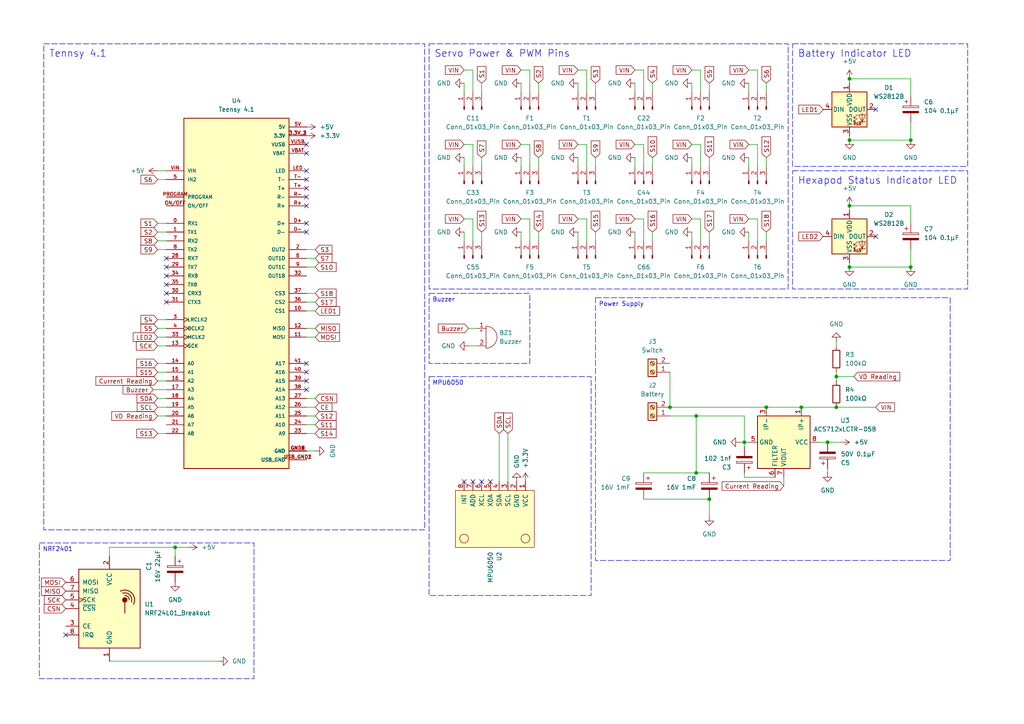
<source format=kicad_sch>
(kicad_sch (version 20231120) (generator "eeschema") (generator_version "8.0")
  (paper "A4")
  (title_block (title "Hexapod PCB V2"))
  (lib_symbols
    (symbol "Breakout Sensors:module_mpu6050" (pin_names (offset 1.016))
      (property "Reference" "U" (at 2.54 21.59 0))
      (property "Value" "module_mpu6050" (at 11.43 -3.81 0))
      (symbol "module_mpu6050_1_1"
        (pin input line (at 0 17.78 0) (length 2.54) (name "VCC") (number "1"))
        (pin input line (at 0 15.24 0) (length 2.54) (name "GND") (number "2"))
        (pin input line (at 0 12.7 0) (length 2.54) (name "SCL") (number "3"))
        (pin input line (at 0 10.16 0) (length 2.54) (name "SDA") (number "4"))
        (pin input line (at 0 7.62 0) (length 2.54) (name "XDA") (number "5"))
        (pin input line (at 0 5.08 0) (length 2.54) (name "XCL") (number "6"))
        (pin input line (at 0 2.54 0) (length 2.54) (name "ADD") (number "7"))
        (pin input line (at 0 0 0) (length 2.54) (name "INT") (number "8"))
      )
    )
    (symbol "Connector:Conn_01x03_Pin" (pin_names (offset 1.016) hide)
      (property "Reference" "J" (at 0 5.08 0))
      (property "Value" "Conn_01x03_Pin" (at 0 -5.08 0))
      (symbol "Conn_01x03_Pin_1_1"
        (pin passive line (at 5.08 2.54 180) (length 3.81) (name "Pin_1") (number "1"))
        (pin passive line (at 5.08 0 180) (length 3.81) (name "Pin_2") (number "2"))
        (pin passive line (at 5.08 -2.54 180) (length 3.81) (name "Pin_3") (number "3"))
      )
    )
    (symbol "Connector:Screw_Terminal_01x02" (pin_names (offset 1.016) hide)
      (property "Reference" "J" (at 0 2.54 0))
      (property "Value" "Screw_Terminal_01x02" (at 0 -5.08 0))
      (symbol "Screw_Terminal_01x02_1_1"
        (pin passive line (at -5.08 0 0) (length 3.81) (name "Pin_1") (number "1"))
        (pin passive line (at -5.08 -2.54 0) (length 3.81) (name "Pin_2") (number "2"))
      )
    )
    (symbol "DEV-16771:DEV-16771" (pin_names (offset 1.016))
      (property "Reference" "U" (at -15.24 52.07 0))
      (property "Value" "Teensy 4.1" (at -15.24 -53.34 0))
      (symbol "DEV-16771_0_0"
        (pin bidirectional line (at -20.32 20.32 0) (length 5.08) (name "RX1") (number "0"))
        (pin bidirectional line (at -20.32 17.78 0) (length 5.08) (name "TX1") (number "1"))
        (pin bidirectional line (at 20.32 -5.08 180) (length 5.08) (name "CS1") (number "10"))
        (pin bidirectional line (at 20.32 -12.7 180) (length 5.08) (name "MOSI") (number "11"))
        (pin bidirectional line (at 20.32 -10.16 180) (length 5.08) (name "MISO") (number "12"))
        (pin bidirectional clock (at -20.32 -15.24 0) (length 5.08) (name "SCK") (number "13"))
        (pin bidirectional line (at -20.32 -20.32 0) (length 5.08) (name "A0") (number "14"))
        (pin bidirectional line (at -20.32 -22.86 0) (length 5.08) (name "A1") (number "15"))
        (pin bidirectional line (at -20.32 -25.4 0) (length 5.08) (name "A2") (number "16"))
        (pin bidirectional line (at -20.32 -27.94 0) (length 5.08) (name "A3") (number "17"))
        (pin bidirectional line (at -20.32 -30.48 0) (length 5.08) (name "A4") (number "18"))
        (pin bidirectional line (at -20.32 -33.02 0) (length 5.08) (name "A5") (number "19"))
        (pin output line (at 20.32 12.7 180) (length 5.08) (name "OUT2") (number "2"))
        (pin bidirectional line (at -20.32 -35.56 0) (length 5.08) (name "A6") (number "20"))
        (pin bidirectional line (at -20.32 -38.1 0) (length 5.08) (name "A7") (number "21"))
        (pin bidirectional line (at -20.32 -40.64 0) (length 5.08) (name "A8") (number "22"))
        (pin bidirectional line (at 20.32 -40.64 180) (length 5.08) (name "A9") (number "23"))
        (pin bidirectional line (at 20.32 -38.1 180) (length 5.08) (name "A10") (number "24"))
        (pin bidirectional line (at 20.32 -35.56 180) (length 5.08) (name "A11") (number "25"))
        (pin bidirectional line (at 20.32 -33.02 180) (length 5.08) (name "A12") (number "26"))
        (pin bidirectional line (at 20.32 -30.48 180) (length 5.08) (name "A13") (number "27"))
        (pin bidirectional line (at -20.32 10.16 0) (length 5.08) (name "RX7") (number "28"))
        (pin bidirectional line (at -20.32 7.62 0) (length 5.08) (name "TX7") (number "29"))
        (pin bidirectional clock (at -20.32 -7.62 0) (length 5.08) (name "LRCLK2") (number "3"))
        (pin power_in line (at 20.32 45.72 180) (length 5.08) (name "3.3V") (number "3.3V_1"))
        (pin power_in line (at 20.32 45.72 180) (length 5.08) (name "3.3V") (number "3.3V_2"))
        (pin power_in line (at 20.32 45.72 180) (length 5.08) (name "3.3V") (number "3.3V_3"))
        (pin bidirectional line (at -20.32 0 0) (length 5.08) (name "CRX3") (number "30"))
        (pin bidirectional line (at -20.32 -2.54 0) (length 5.08) (name "CTX3") (number "31"))
        (pin output line (at 20.32 5.08 180) (length 5.08) (name "OUT1B") (number "32"))
        (pin bidirectional clock (at -20.32 -12.7 0) (length 5.08) (name "MCLK2") (number "33"))
        (pin bidirectional line (at -20.32 5.08 0) (length 5.08) (name "RX8") (number "34"))
        (pin bidirectional line (at -20.32 2.54 0) (length 5.08) (name "TX8") (number "35"))
        (pin bidirectional line (at 20.32 -2.54 180) (length 5.08) (name "CS2") (number "36"))
        (pin bidirectional line (at 20.32 0 180) (length 5.08) (name "CS3") (number "37"))
        (pin bidirectional line (at 20.32 -27.94 180) (length 5.08) (name "A14") (number "38"))
        (pin bidirectional line (at 20.32 -25.4 180) (length 5.08) (name "A15") (number "39"))
        (pin bidirectional clock (at -20.32 -10.16 0) (length 5.08) (name "BCLK2") (number "4"))
        (pin bidirectional line (at 20.32 -22.86 180) (length 5.08) (name "A16") (number "40"))
        (pin bidirectional line (at 20.32 -20.32 180) (length 5.08) (name "A17") (number "41"))
        (pin bidirectional line (at -20.32 33.02 0) (length 5.08) (name "IN2") (number "5"))
        (pin power_in line (at 20.32 48.26 180) (length 5.08) (name "5V") (number "5V"))
        (pin output line (at 20.32 10.16 180) (length 5.08) (name "OUT1D") (number "6"))
        (pin bidirectional line (at -20.32 15.24 0) (length 5.08) (name "RX2") (number "7"))
        (pin bidirectional line (at -20.32 12.7 0) (length 5.08) (name "TX2") (number "8"))
        (pin output line (at 20.32 7.62 180) (length 5.08) (name "OUT1C") (number "9"))
        (pin bidirectional line (at 20.32 20.32 180) (length 5.08) (name "D+") (number "D+"))
        (pin bidirectional line (at 20.32 17.78 180) (length 5.08) (name "D-") (number "D-"))
        (pin power_in line (at 20.32 -45.72 180) (length 5.08) (name "GND") (number "GND1"))
        (pin power_in line (at 20.32 -45.72 180) (length 5.08) (name "GND") (number "GND2"))
        (pin power_in line (at 20.32 -45.72 180) (length 5.08) (name "GND") (number "GND3"))
        (pin power_in line (at 20.32 -45.72 180) (length 5.08) (name "GND") (number "GND4"))
        (pin power_in line (at 20.32 -45.72 180) (length 5.08) (name "GND") (number "GND5"))
        (pin bidirectional line (at 20.32 35.56 180) (length 5.08) (name "LED") (number "LED"))
        (pin bidirectional line (at -20.32 25.4 0) (length 5.08) (name "ON/OFF") (number "ON/OFF"))
        (pin bidirectional line (at -20.32 27.94 0) (length 5.08) (name "PROGRAM") (number "PROGRAM"))
        (pin bidirectional line (at 20.32 25.4 180) (length 5.08) (name "R+") (number "R+"))
        (pin bidirectional line (at 20.32 27.94 180) (length 5.08) (name "R-") (number "R-"))
        (pin bidirectional line (at 20.32 30.48 180) (length 5.08) (name "T+") (number "T+"))
        (pin bidirectional line (at 20.32 33.02 180) (length 5.08) (name "T-") (number "T-"))
        (pin power_in line (at 20.32 -48.26 180) (length 5.08) (name "USB_GND") (number "USB_GND1"))
        (pin power_in line (at 20.32 -48.26 180) (length 5.08) (name "USB_GND") (number "USB_GND2"))
        (pin passive line (at 20.32 40.64 180) (length 5.08) (name "VBAT") (number "VBAT"))
        (pin input line (at -20.32 35.56 0) (length 5.08) (name "VIN") (number "VIN"))
        (pin passive line (at 20.32 43.18 180) (length 5.08) (name "VUSB") (number "VUSB"))
      )
    )
    (symbol "Device:Buzzer" (pin_names (offset 0.0254) hide)
      (property "Reference" "BZ" (at 3.81 1.27 0))
      (property "Value" "Buzzer" (at 3.81 -1.27 0))
      (symbol "Buzzer_1_1"
        (pin passive line (at -2.54 2.54 0) (length 2.54) (name "+") (number "1"))
        (pin passive line (at -2.54 -2.54 0) (length 2.54) (name "-") (number "2"))
      )
    )
    (symbol "Device:C_Polarized" (pin_numbers hide) (pin_names (offset 0.254))
      (property "Reference" "C" (at 0.635 2.54 0))
      (property "Value" "C_Polarized" (at 0.635 -2.54 0))
      (symbol "C_Polarized_1_1"
        (pin passive line (at 0 3.81 270) (length 2.794) (name "~") (number "1"))
        (pin passive line (at 0 -3.81 90) (length 2.794) (name "~") (number "2"))
      )
    )
    (symbol "Device:R" (pin_numbers hide) (pin_names (offset 0))
      (property "Reference" "R" (at 2.032 0 90))
      (property "Value" "R" (at 0 0 90))
      (symbol "R_1_1"
        (pin passive line (at 0 3.81 270) (length 1.27) (name "~") (number "1"))
        (pin passive line (at 0 -3.81 90) (length 1.27) (name "~") (number "2"))
      )
    )
    (symbol "LED:WS2812B" (pin_names (offset 0.254))
      (property "Reference" "D" (at 5.08 5.715 0))
      (property "Value" "WS2812B" (at 1.27 -5.715 0))
      (symbol "WS2812B_0_0"
        (text "RGB" (at 2.286 -4.191 0) (effects (font (size 0.762 0.762))))
      )
      (symbol "WS2812B_1_1"
        (pin power_in line (at 0 7.62 270) (length 2.54) (name "VDD") (number "1"))
        (pin output line (at 7.62 0 180) (length 2.54) (name "DOUT") (number "2"))
        (pin power_in line (at 0 -7.62 90) (length 2.54) (name "VSS") (number "3"))
        (pin input line (at -7.62 0 0) (length 2.54) (name "DIN") (number "4"))
      )
    )
    (symbol "RF:NRF24L01_Breakout" (pin_names (offset 1.016))
      (property "Reference" "U" (at -8.89 12.7 0))
      (property "Value" "NRF24L01_Breakout" (at 3.81 12.7 0))
      (symbol "NRF24L01_Breakout_1_1"
        (pin power_in line (at 0 -15.24 90) (length 3.81) (name "GND") (number "1"))
        (pin power_in line (at 0 15.24 270) (length 3.81) (name "VCC") (number "2"))
        (pin input line (at -12.7 -5.08 0) (length 3.81) (name "CE") (number "3"))
        (pin input line (at -12.7 0 0) (length 3.81) (name "~{CSN}") (number "4"))
        (pin input clock (at -12.7 2.54 0) (length 3.81) (name "SCK") (number "5"))
        (pin input line (at -12.7 7.62 0) (length 3.81) (name "MOSI") (number "6"))
        (pin output line (at -12.7 5.08 0) (length 3.81) (name "MISO") (number "7"))
        (pin output line (at -12.7 -7.62 0) (length 3.81) (name "IRQ") (number "8"))
      )
    )
    (symbol "Sensor_Current:ACS712xLCTR-05B"
      (property "Reference" "U" (at 2.54 11.43 0))
      (property "Value" "ACS712xLCTR-05B" (at 2.54 8.89 0))
      (symbol "ACS712xLCTR-05B_1_1"
        (pin passive line (at -10.16 5.08 0) (length 2.54) (name "IP+") (number "1"))
        (pin passive line (at -10.16 5.08 0) (length 2.54) hide (name "IP+") (number "2"))
        (pin passive line (at -10.16 -5.08 0) (length 2.54) (name "IP-") (number "3"))
        (pin passive line (at -10.16 -5.08 0) (length 2.54) hide (name "IP-") (number "4"))
        (pin power_in line (at 0 -10.16 90) (length 2.54) (name "GND") (number "5"))
        (pin passive line (at 10.16 -2.54 180) (length 2.54) (name "FILTER") (number "6"))
        (pin output line (at 10.16 0 180) (length 2.54) (name "VIOUT") (number "7"))
        (pin power_in line (at 0 10.16 270) (length 2.54) (name "VCC") (number "8"))
      )
    )
    (symbol "power:+3.3V" (power) (pin_numbers hide) (pin_names (offset 0) hide)
      (property "Value" "+3.3V" (at 0 3.556 0))
      (symbol "+3.3V_1_1"
        (pin power_in line (at 0 0 90) (length 0) (name "~") (number "1"))
      )
    )
    (symbol "power:+5V" (power) (pin_numbers hide) (pin_names (offset 0) hide)
      (property "Value" "+5V" (at 0 3.556 0))
      (symbol "+5V_1_1"
        (pin power_in line (at 0 0 90) (length 0) (name "~") (number "1"))
      )
    )
    (symbol "power:GND" (power) (pin_numbers hide) (pin_names (offset 0) hide)
      (property "Value" "GND" (at 0 -3.81 0))
      (symbol "GND_1_1"
        (pin power_in line (at 0 0 270) (length 0) (name "~") (number "1"))
      )
    )
  )
  (junction (at 50.8 158.75))
  (junction (at 232.41 118.11))
  (junction (at 205.74 144.78))
  (junction (at 242.57 118.11))
  (junction (at 242.57 109.22))
  (junction (at 264.16 77.47))
  (junction (at 246.38 77.47))
  (junction (at 194.31 118.11))
  (junction (at 264.16 40.64))
  (junction (at 215.9 128.27))
  (junction (at 201.93 137.16))
  (junction (at 240.03 128.27))
  (junction (at 246.38 22.86))
  (junction (at 201.93 120.65))
  (junction (at 246.38 59.69))
  (junction (at 246.38 40.64))
  (junction (at 222.25 118.11))
  (no_connect (at 88.9 49.53))
  (no_connect (at 137.16 139.7))
  (no_connect (at 88.9 44.45))
  (no_connect (at 48.26 77.47))
  (no_connect (at 254 31.75))
  (no_connect (at 48.26 85.09))
  (no_connect (at 88.9 57.15))
  (no_connect (at 48.26 82.55))
  (no_connect (at 48.26 74.93))
  (no_connect (at 88.9 64.77))
  (no_connect (at 88.9 52.07))
  (no_connect (at 48.26 87.63))
  (no_connect (at 88.9 113.03))
  (no_connect (at 142.24 139.7))
  (no_connect (at 139.7 139.7))
  (no_connect (at 88.9 41.91))
  (no_connect (at 88.9 54.61))
  (no_connect (at 48.26 80.01))
  (no_connect (at 88.9 107.95))
  (no_connect (at 88.9 59.69))
  (no_connect (at 254 68.58))
  (no_connect (at 88.9 67.31))
  (no_connect (at 19.05 184.15))
  (no_connect (at 134.62 139.7))
  (no_connect (at 88.9 110.49))
  (no_connect (at 88.9 105.41))
  (wire (pts (xy 246.38 40.64) (xy 246.38 39.37)))
  (wire (pts (xy 151.13 67.31) (xy 151.13 69.85)))
  (wire (pts (xy 139.7 24.13) (xy 139.7 26.67)))
  (wire (pts (xy 45.72 100.33) (xy 48.26 100.33)))
  (wire (pts (xy 134.62 63.5) (xy 137.16 63.5)))
  (wire (pts (xy 240.03 128.27) (xy 237.49 128.27)))
  (wire (pts (xy 246.38 22.86) (xy 264.16 22.86)))
  (wire (pts (xy 184.15 63.5) (xy 186.69 63.5)))
  (wire (pts (xy 139.7 45.72) (xy 139.7 48.26)))
  (wire (pts (xy 232.41 118.11) (xy 242.57 118.11)))
  (wire (pts (xy 243.84 128.27) (xy 240.03 128.27)))
  (wire (pts (xy 200.66 41.91) (xy 203.2 41.91)))
  (wire (pts (xy 264.16 40.64) (xy 264.16 35.56)))
  (wire (pts (xy 264.16 27.94) (xy 264.16 22.86)))
  (wire (pts (xy 139.7 67.31) (xy 139.7 69.85)))
  (wire (pts (xy 45.72 120.65) (xy 48.26 120.65)))
  (wire (pts (xy 144.78 125.73) (xy 144.78 139.7)))
  (wire (pts (xy 167.64 20.32) (xy 170.18 20.32)))
  (wire (pts (xy 203.2 20.32) (xy 203.2 26.67)))
  (wire (pts (xy 189.23 67.31) (xy 189.23 69.85)))
  (wire (pts (xy 45.72 52.07) (xy 48.26 52.07)))
  (wire (pts (xy 184.15 41.91) (xy 186.69 41.91)))
  (wire (pts (xy 217.17 41.91) (xy 219.71 41.91)))
  (wire (pts (xy 88.9 125.73) (xy 91.44 125.73)))
  (wire (pts (xy 153.67 41.91) (xy 153.67 48.26)))
  (wire (pts (xy 88.9 74.93) (xy 91.44 74.93)))
  (wire (pts (xy 45.72 67.31) (xy 48.26 67.31)))
  (wire (pts (xy 137.16 63.5) (xy 137.16 69.85)))
  (wire (pts (xy 48.26 125.73) (xy 45.72 125.73)))
  (wire (pts (xy 205.74 67.31) (xy 205.74 69.85)))
  (wire (pts (xy 264.16 64.77) (xy 264.16 59.69)))
  (wire (pts (xy 200.66 20.32) (xy 203.2 20.32)))
  (wire (pts (xy 224.79 138.43) (xy 215.9 138.43)))
  (wire (pts (xy 186.69 41.91) (xy 186.69 48.26)))
  (wire (pts (xy 137.16 20.32) (xy 137.16 26.67)))
  (wire (pts (xy 217.17 45.72) (xy 217.17 48.26)))
  (wire (pts (xy 88.9 123.19) (xy 91.44 123.19)))
  (wire (pts (xy 240.03 137.16) (xy 240.03 135.89)))
  (wire (pts (xy 134.62 45.72) (xy 134.62 48.26)))
  (wire (pts (xy 91.44 72.39) (xy 88.9 72.39)))
  (wire (pts (xy 135.89 95.25) (xy 138.43 95.25)))
  (wire (pts (xy 201.93 120.65) (xy 215.9 120.65)))
  (wire (pts (xy 170.18 63.5) (xy 170.18 69.85)))
  (wire (pts (xy 242.57 99.06) (xy 242.57 100.33)))
  (wire (pts (xy 50.8 158.75) (xy 31.75 158.75)))
  (wire (pts (xy 217.17 63.5) (xy 219.71 63.5)))
  (wire (pts (xy 201.93 137.16) (xy 205.74 137.16)))
  (wire (pts (xy 219.71 63.5) (xy 219.71 69.85)))
  (wire (pts (xy 91.44 118.11) (xy 88.9 118.11)))
  (wire (pts (xy 222.25 118.11) (xy 232.41 118.11)))
  (wire (pts (xy 246.38 77.47) (xy 264.16 77.47)))
  (wire (pts (xy 147.32 125.73) (xy 147.32 139.7)))
  (wire (pts (xy 170.18 20.32) (xy 170.18 26.67)))
  (wire (pts (xy 200.66 67.31) (xy 200.66 69.85)))
  (wire (pts (xy 203.2 63.5) (xy 203.2 69.85)))
  (wire (pts (xy 151.13 20.32) (xy 153.67 20.32)))
  (wire (pts (xy 91.44 115.57) (xy 88.9 115.57)))
  (wire (pts (xy 45.72 115.57) (xy 48.26 115.57)))
  (wire (pts (xy 31.75 158.75) (xy 31.75 161.29)))
  (wire (pts (xy 200.66 63.5) (xy 203.2 63.5)))
  (wire (pts (xy 201.93 137.16) (xy 201.93 120.65)))
  (wire (pts (xy 172.72 24.13) (xy 172.72 26.67)))
  (wire (pts (xy 242.57 118.11) (xy 254 118.11)))
  (wire (pts (xy 88.9 120.65) (xy 91.44 120.65)))
  (wire (pts (xy 186.69 20.32) (xy 186.69 26.67)))
  (wire (pts (xy 205.74 45.72) (xy 205.74 48.26)))
  (wire (pts (xy 205.74 144.78) (xy 186.69 144.78)))
  (wire (pts (xy 172.72 67.31) (xy 172.72 69.85)))
  (wire (pts (xy 45.72 110.49) (xy 48.26 110.49)))
  (wire (pts (xy 184.15 67.31) (xy 184.15 69.85)))
  (wire (pts (xy 215.9 128.27) (xy 215.9 129.54)))
  (wire (pts (xy 44.45 113.03) (xy 48.26 113.03)))
  (wire (pts (xy 186.69 137.16) (xy 201.93 137.16)))
  (wire (pts (xy 153.67 63.5) (xy 153.67 69.85)))
  (wire (pts (xy 156.21 67.31) (xy 156.21 69.85)))
  (wire (pts (xy 205.74 24.13) (xy 205.74 26.67)))
  (wire (pts (xy 264.16 77.47) (xy 264.16 72.39)))
  (wire (pts (xy 45.72 97.79) (xy 48.26 97.79)))
  (wire (pts (xy 156.21 45.72) (xy 156.21 48.26)))
  (wire (pts (xy 45.72 118.11) (xy 48.26 118.11)))
  (wire (pts (xy 167.64 67.31) (xy 167.64 69.85)))
  (wire (pts (xy 194.31 120.65) (xy 201.93 120.65)))
  (wire (pts (xy 222.25 45.72) (xy 222.25 48.26)))
  (wire (pts (xy 170.18 41.91) (xy 170.18 48.26)))
  (wire (pts (xy 222.25 24.13) (xy 222.25 26.67)))
  (wire (pts (xy 48.26 72.39) (xy 45.72 72.39)))
  (wire (pts (xy 246.38 59.69) (xy 264.16 59.69)))
  (wire (pts (xy 200.66 45.72) (xy 200.66 48.26)))
  (wire (pts (xy 88.9 87.63) (xy 91.44 87.63)))
  (wire (pts (xy 151.13 63.5) (xy 153.67 63.5)))
  (wire (pts (xy 151.13 41.91) (xy 153.67 41.91)))
  (wire (pts (xy 217.17 20.32) (xy 219.71 20.32)))
  (wire (pts (xy 246.38 77.47) (xy 246.38 76.2)))
  (wire (pts (xy 91.44 95.25) (xy 88.9 95.25)))
  (wire (pts (xy 184.15 24.13) (xy 184.15 26.67)))
  (wire (pts (xy 167.64 63.5) (xy 170.18 63.5)))
  (wire (pts (xy 134.62 20.32) (xy 137.16 20.32)))
  (wire (pts (xy 54.61 158.75) (xy 50.8 158.75)))
  (wire (pts (xy 151.13 45.72) (xy 151.13 48.26)))
  (wire (pts (xy 172.72 45.72) (xy 172.72 48.26)))
  (wire (pts (xy 194.31 118.11) (xy 222.25 118.11)))
  (wire (pts (xy 91.44 97.79) (xy 88.9 97.79)))
  (wire (pts (xy 242.57 107.95) (xy 242.57 109.22)))
  (wire (pts (xy 214.63 128.27) (xy 215.9 128.27)))
  (wire (pts (xy 215.9 138.43) (xy 215.9 137.16)))
  (wire (pts (xy 45.72 107.95) (xy 48.26 107.95)))
  (wire (pts (xy 50.8 158.75) (xy 50.8 161.29)))
  (wire (pts (xy 134.62 41.91) (xy 137.16 41.91)))
  (wire (pts (xy 184.15 20.32) (xy 186.69 20.32)))
  (wire (pts (xy 88.9 77.47) (xy 91.44 77.47)))
  (wire (pts (xy 194.31 107.95) (xy 194.31 118.11)))
  (wire (pts (xy 45.72 95.25) (xy 48.26 95.25)))
  (wire (pts (xy 45.72 64.77) (xy 48.26 64.77)))
  (wire (pts (xy 205.74 149.86) (xy 205.74 144.78)))
  (wire (pts (xy 189.23 45.72) (xy 189.23 48.26)))
  (wire (pts (xy 134.62 24.13) (xy 134.62 26.67)))
  (wire (pts (xy 242.57 109.22) (xy 242.57 110.49)))
  (wire (pts (xy 219.71 20.32) (xy 219.71 26.67)))
  (wire (pts (xy 227.33 140.97) (xy 227.33 138.43)))
  (wire (pts (xy 215.9 120.65) (xy 215.9 128.27)))
  (wire (pts (xy 184.15 45.72) (xy 184.15 48.26)))
  (wire (pts (xy 137.16 41.91) (xy 137.16 48.26)))
  (wire (pts (xy 246.38 59.69) (xy 246.38 60.96)))
  (wire (pts (xy 200.66 24.13) (xy 200.66 26.67)))
  (wire (pts (xy 45.72 49.53) (xy 48.26 49.53)))
  (wire (pts (xy 242.57 109.22) (xy 247.65 109.22)))
  (wire (pts (xy 217.17 67.31) (xy 217.17 69.85)))
  (wire (pts (xy 222.25 67.31) (xy 222.25 69.85)))
  (wire (pts (xy 167.64 41.91) (xy 170.18 41.91)))
  (wire (pts (xy 156.21 24.13) (xy 156.21 26.67)))
  (wire (pts (xy 246.38 40.64) (xy 264.16 40.64)))
  (wire (pts (xy 246.38 22.86) (xy 246.38 24.13)))
  (wire (pts (xy 215.9 128.27) (xy 217.17 128.27)))
  (wire (pts (xy 88.9 85.09) (xy 91.44 85.09)))
  (wire (pts (xy 134.62 67.31) (xy 134.62 69.85)))
  (wire (pts (xy 31.75 191.77) (xy 63.5 191.77)))
  (wire (pts (xy 135.89 100.33) (xy 138.43 100.33)))
  (wire (pts (xy 189.23 24.13) (xy 189.23 26.67)))
  (wire (pts (xy 91.44 90.17) (xy 88.9 90.17)))
  (wire (pts (xy 186.69 63.5) (xy 186.69 69.85)))
  (wire (pts (xy 153.67 20.32) (xy 153.67 26.67)))
  (wire (pts (xy 217.17 24.13) (xy 217.17 26.67)))
  (wire (pts (xy 48.26 105.41) (xy 45.72 105.41)))
  (wire (pts (xy 167.64 45.72) (xy 167.64 48.26)))
  (wire (pts (xy 203.2 41.91) (xy 203.2 48.26)))
  (wire (pts (xy 219.71 41.91) (xy 219.71 48.26)))
  (wire (pts (xy 48.26 92.71) (xy 45.72 92.71)))
  (wire (pts (xy 91.44 130.81) (xy 88.9 130.81)))
  (wire (pts (xy 151.13 24.13) (xy 151.13 26.67)))
  (wire (pts (xy 48.26 69.85) (xy 45.72 69.85)))
  (wire (pts (xy 167.64 24.13) (xy 167.64 26.67)))
  (text_box "Hexapod Status Indicator LED\n" (at 229.87 49.53 0) (size 50.8 34.29) (stroke (width 0) (type dash)) (effects (font (size 2.032 2.032)) (justify left top)))
  (text_box "Servo Power & PWM Pins" (at 124.46 12.7 0) (size 104.14 71.12) (stroke (width 0) (type dash)) (effects (font (size 2.032 2.032)) (justify left top)))
  (text_box "Power Supply" (at 172.72 86.36 0) (size 102.87 76.2) (stroke (width 0) (type dash)) (effects (font (size 1.27 1.27)) (justify left top)))
  (text_box "NRF2401" (at 11.43 157.48 0) (size 62.23 39.37) (stroke (width 0) (type dash)) (effects (font (size 1.27 1.27)) (justify left top)))
  (text_box "Buzzer\n" (at 124.46 85.09 0) (size 29.21 20.32) (stroke (width 0) (type dash)) (effects (font (size 1.27 1.27)) (justify left top)))
  (text_box "Tennsy 4.1" (at 12.7 12.7 0) (size 110.49 140.97) (stroke (width 0) (type dash)) (effects (font (size 2.032 2.032)) (justify left top)))
  (text_box "Battery Indicator LED" (at 229.87 12.7 0) (size 50.8 35.56) (stroke (width 0) (type dash)) (effects (font (size 2.032 2.032)) (justify left top)))
  (text_box "MPU6050" (at 124.46 109.22 0) (size 46.99 63.5) (stroke (width 0) (type dash)) (effects (font (size 1.27 1.27)) (justify left top)))
  (global_label "S17" (shape input) (at 205.74 67.31 90) (property "Intersheetrefs" "${INTERSHEET_REFS}" (effects (hide yes))))
  (global_label "VIN" (shape input) (at 134.62 20.32 180) (property "Intersheetrefs" "${INTERSHEET_REFS}" (effects (hide yes))))
  (global_label "VIN" (shape input) (at 151.13 20.32 180) (property "Intersheetrefs" "${INTERSHEET_REFS}" (effects (hide yes))))
  (global_label "S18" (shape input) (at 222.25 67.31 90) (property "Intersheetrefs" "${INTERSHEET_REFS}" (effects (hide yes))))
  (global_label "S9" (shape input) (at 172.72 45.72 90) (property "Intersheetrefs" "${INTERSHEET_REFS}" (effects (hide yes))))
  (global_label "S1" (shape input) (at 45.72 64.77 180) (property "Intersheetrefs" "${INTERSHEET_REFS}" (effects (hide yes))))
  (global_label "VIN" (shape input) (at 134.62 63.5 180) (property "Intersheetrefs" "${INTERSHEET_REFS}" (effects (hide yes))))
  (global_label "VIN" (shape input) (at 184.15 20.32 180) (property "Intersheetrefs" "${INTERSHEET_REFS}" (effects (hide yes))))
  (global_label "S7" (shape input) (at 91.44 74.93 0) (property "Intersheetrefs" "${INTERSHEET_REFS}" (effects (hide yes))))
  (global_label "VIN" (shape input) (at 151.13 63.5 180) (property "Intersheetrefs" "${INTERSHEET_REFS}" (effects (hide yes))))
  (global_label "S5" (shape input) (at 45.72 95.25 180) (property "Intersheetrefs" "${INTERSHEET_REFS}" (effects (hide yes))))
  (global_label "VIN" (shape input) (at 167.64 20.32 180) (property "Intersheetrefs" "${INTERSHEET_REFS}" (effects (hide yes))))
  (global_label "VIN" (shape input) (at 184.15 41.91 180) (property "Intersheetrefs" "${INTERSHEET_REFS}" (effects (hide yes))))
  (global_label "SCL" (shape input) (at 147.32 125.73 90) (property "Intersheetrefs" "${INTERSHEET_REFS}" (effects (hide yes))))
  (global_label "MISO" (shape input) (at 91.44 95.25 0) (property "Intersheetrefs" "${INTERSHEET_REFS}" (effects (hide yes))))
  (global_label "S11" (shape input) (at 91.44 123.19 0) (property "Intersheetrefs" "${INTERSHEET_REFS}" (effects (hide yes))))
  (global_label "SDA" (shape input) (at 45.72 115.57 180) (property "Intersheetrefs" "${INTERSHEET_REFS}" (effects (hide yes))))
  (global_label "VIN" (shape input) (at 217.17 41.91 180) (property "Intersheetrefs" "${INTERSHEET_REFS}" (effects (hide yes))))
  (global_label "S11" (shape input) (at 205.74 45.72 90) (property "Intersheetrefs" "${INTERSHEET_REFS}" (effects (hide yes))))
  (global_label "S15" (shape input) (at 45.72 107.95 180) (property "Intersheetrefs" "${INTERSHEET_REFS}" (effects (hide yes))))
  (global_label "VIN" (shape input) (at 200.66 20.32 180) (property "Intersheetrefs" "${INTERSHEET_REFS}" (effects (hide yes))))
  (global_label "LED1" (shape input) (at 91.44 90.17 0) (property "Intersheetrefs" "${INTERSHEET_REFS}" (effects (hide yes))))
  (global_label "VIN" (shape input) (at 200.66 63.5 180) (property "Intersheetrefs" "${INTERSHEET_REFS}" (effects (hide yes))))
  (global_label "S13" (shape input) (at 45.72 125.73 180) (property "Intersheetrefs" "${INTERSHEET_REFS}" (effects (hide yes))))
  (global_label "S7" (shape input) (at 139.7 45.72 90) (property "Intersheetrefs" "${INTERSHEET_REFS}" (effects (hide yes))))
  (global_label "S4" (shape input) (at 189.23 24.13 90) (property "Intersheetrefs" "${INTERSHEET_REFS}" (effects (hide yes))))
  (global_label "LED2" (shape input) (at 45.72 97.79 180) (property "Intersheetrefs" "${INTERSHEET_REFS}" (effects (hide yes))))
  (global_label "S10" (shape input) (at 91.44 77.47 0) (property "Intersheetrefs" "${INTERSHEET_REFS}" (effects (hide yes))))
  (global_label "MOSI" (shape input) (at 91.44 97.79 0) (property "Intersheetrefs" "${INTERSHEET_REFS}" (effects (hide yes))))
  (global_label "S10" (shape input) (at 189.23 45.72 90) (property "Intersheetrefs" "${INTERSHEET_REFS}" (effects (hide yes))))
  (global_label "S2" (shape input) (at 156.21 24.13 90) (property "Intersheetrefs" "${INTERSHEET_REFS}" (effects (hide yes))))
  (global_label "VIN" (shape input) (at 217.17 63.5 180) (property "Intersheetrefs" "${INTERSHEET_REFS}" (effects (hide yes))))
  (global_label "SDA" (shape input) (at 144.78 125.73 90) (property "Intersheetrefs" "${INTERSHEET_REFS}" (effects (hide yes))))
  (global_label "LED1" (shape input) (at 238.76 31.75 180) (property "Intersheetrefs" "${INTERSHEET_REFS}" (effects (hide yes))))
  (global_label "VD Reading" (shape input) (at 45.72 120.65 180) (property "Intersheetrefs" "${INTERSHEET_REFS}" (effects (hide yes))))
  (global_label "S4" (shape input) (at 45.72 92.71 180) (property "Intersheetrefs" "${INTERSHEET_REFS}" (effects (hide yes))))
  (global_label "S3" (shape input) (at 172.72 24.13 90) (property "Intersheetrefs" "${INTERSHEET_REFS}" (effects (hide yes))))
  (global_label "S8" (shape input) (at 156.21 45.72 90) (property "Intersheetrefs" "${INTERSHEET_REFS}" (effects (hide yes))))
  (global_label "SCK" (shape input) (at 45.72 100.33 180) (property "Intersheetrefs" "${INTERSHEET_REFS}" (effects (hide yes))))
  (global_label "LED2" (shape input) (at 238.76 68.58 180) (property "Intersheetrefs" "${INTERSHEET_REFS}" (effects (hide yes))))
  (global_label "S16" (shape input) (at 189.23 67.31 90) (property "Intersheetrefs" "${INTERSHEET_REFS}" (effects (hide yes))))
  (global_label "CE" (shape input) (at 91.44 118.11 0) (property "Intersheetrefs" "${INTERSHEET_REFS}" (effects (hide yes))))
  (global_label "S8" (shape input) (at 45.72 69.85 180) (property "Intersheetrefs" "${INTERSHEET_REFS}" (effects (hide yes))))
  (global_label "S2" (shape input) (at 45.72 67.31 180) (property "Intersheetrefs" "${INTERSHEET_REFS}" (effects (hide yes))))
  (global_label "CSN" (shape input) (at 91.44 115.57 0) (property "Intersheetrefs" "${INTERSHEET_REFS}" (effects (hide yes))))
  (global_label "S14" (shape input) (at 156.21 67.31 90) (property "Intersheetrefs" "${INTERSHEET_REFS}" (effects (hide yes))))
  (global_label "VIN" (shape input) (at 200.66 41.91 180) (property "Intersheetrefs" "${INTERSHEET_REFS}" (effects (hide yes))))
  (global_label "MISO" (shape input) (at 19.05 171.45 180) (property "Intersheetrefs" "${INTERSHEET_REFS}" (effects (hide yes))))
  (global_label "Buzzer" (shape input) (at 44.45 113.03 180) (property "Intersheetrefs" "${INTERSHEET_REFS}" (effects (hide yes))))
  (global_label "Current Reading" (shape input) (at 45.72 110.49 180) (property "Intersheetrefs" "${INTERSHEET_REFS}" (effects (hide yes))))
  (global_label "VIN" (shape input) (at 167.64 63.5 180) (property "Intersheetrefs" "${INTERSHEET_REFS}" (effects (hide yes))))
  (global_label "S6" (shape input) (at 222.25 24.13 90) (property "Intersheetrefs" "${INTERSHEET_REFS}" (effects (hide yes))))
  (global_label "CSN" (shape input) (at 19.05 176.53 180) (property "Intersheetrefs" "${INTERSHEET_REFS}" (effects (hide yes))))
  (global_label "S14" (shape input) (at 91.44 125.73 0) (property "Intersheetrefs" "${INTERSHEET_REFS}" (effects (hide yes))))
  (global_label "SCK" (shape input) (at 19.05 173.99 180) (property "Intersheetrefs" "${INTERSHEET_REFS}" (effects (hide yes))))
  (global_label "VD Reading" (shape input) (at 247.65 109.22 0) (property "Intersheetrefs" "${INTERSHEET_REFS}" (effects (hide yes))))
  (global_label "SCL" (shape input) (at 45.72 118.11 180) (property "Intersheetrefs" "${INTERSHEET_REFS}" (effects (hide yes))))
  (global_label "S5" (shape input) (at 205.74 24.13 90) (property "Intersheetrefs" "${INTERSHEET_REFS}" (effects (hide yes))))
  (global_label "S12" (shape input) (at 222.25 45.72 90) (property "Intersheetrefs" "${INTERSHEET_REFS}" (effects (hide yes))))
  (global_label "VIN" (shape input) (at 134.62 41.91 180) (property "Intersheetrefs" "${INTERSHEET_REFS}" (effects (hide yes))))
  (global_label "MOSI" (shape input) (at 19.05 168.91 180) (property "Intersheetrefs" "${INTERSHEET_REFS}" (effects (hide yes))))
  (global_label "S16" (shape input) (at 45.72 105.41 180) (property "Intersheetrefs" "${INTERSHEET_REFS}" (effects (hide yes))))
  (global_label "S6" (shape input) (at 45.72 52.07 180) (property "Intersheetrefs" "${INTERSHEET_REFS}" (effects (hide yes))))
  (global_label "S9" (shape input) (at 45.72 72.39 180) (property "Intersheetrefs" "${INTERSHEET_REFS}" (effects (hide yes))))
  (global_label "S3" (shape input) (at 91.44 72.39 0) (property "Intersheetrefs" "${INTERSHEET_REFS}" (effects (hide yes))))
  (global_label "S12" (shape input) (at 91.44 120.65 0) (property "Intersheetrefs" "${INTERSHEET_REFS}" (effects (hide yes))))
  (global_label "VIN" (shape input) (at 167.64 41.91 180) (property "Intersheetrefs" "${INTERSHEET_REFS}" (effects (hide yes))))
  (global_label "VIN" (shape input) (at 151.13 41.91 180) (property "Intersheetrefs" "${INTERSHEET_REFS}" (effects (hide yes))))
  (global_label "VIN" (shape input) (at 217.17 20.32 180) (property "Intersheetrefs" "${INTERSHEET_REFS}" (effects (hide yes))))
  (global_label "Current Reading" (shape input) (at 227.33 140.97 180) (property "Intersheetrefs" "${INTERSHEET_REFS}" (effects (hide yes))))
  (global_label "VIN" (shape input) (at 254 118.11 0) (property "Intersheetrefs" "${INTERSHEET_REFS}" (effects (hide yes))))
  (global_label "Buzzer" (shape input) (at 135.89 95.25 180) (property "Intersheetrefs" "${INTERSHEET_REFS}" (effects (hide yes))))
  (global_label "S13" (shape input) (at 139.7 67.31 90) (property "Intersheetrefs" "${INTERSHEET_REFS}" (effects (hide yes))))
  (global_label "S17" (shape input) (at 91.44 87.63 0) (property "Intersheetrefs" "${INTERSHEET_REFS}" (effects (hide yes))))
  (global_label "S1" (shape input) (at 139.7 24.13 90) (property "Intersheetrefs" "${INTERSHEET_REFS}" (effects (hide yes))))
  (global_label "VIN" (shape input) (at 184.15 63.5 180) (property "Intersheetrefs" "${INTERSHEET_REFS}" (effects (hide yes))))
  (global_label "S18" (shape input) (at 91.44 85.09 0) (property "Intersheetrefs" "${INTERSHEET_REFS}" (effects (hide yes))))
  (global_label "S15" (shape input) (at 172.72 67.31 90) (property "Intersheetrefs" "${INTERSHEET_REFS}" (effects (hide yes))))
  (symbol (lib_id "power:GND") (at 184.15 45.72 270) (unit 1)
    (property "Reference" "#PWR024" (effects (hide yes)))
    (property "Value" "GND" (at 180.34 45.7199 90) (effects (justify right)))
    (property "Description" "Power symbol creates a global label with name \"GND\" , ground" (effects (hide yes)))
  )
  (symbol (lib_id "power:GND") (at 246.38 40.64 0) (unit 1)
    (property "Reference" "#PWR038" (effects (hide yes)))
    (property "Value" "GND" (at 246.38 45.72 0))
    (property "Description" "Power symbol creates a global label with name \"GND\" , ground" (effects (hide yes)))
  )
  (symbol (lib_id "Connector:Conn_01x03_Pin") (at 153.67 31.75 90) (unit 1)
    (property "Reference" "F1" (at 153.67 34.29 90))
    (property "Value" "Conn_01x03_Pin" (at 153.67 36.83 90))
    (property "Footprint" "Connector_PinHeader_2.54mm:PinHeader_1x03_P2.54mm_Vertical" (effects (hide yes)))
    (property "Description" "Generic connector, single row, 01x03, script generated" (effects (hide yes)))
  )
  (symbol (lib_id "power:GND") (at 134.62 67.31 270) (unit 1)
    (property "Reference" "#PWR011" (effects (hide yes)))
    (property "Value" "GND" (at 130.81 67.3099 90) (effects (justify right)))
    (property "Description" "Power symbol creates a global label with name \"GND\" , ground" (effects (hide yes)))
  )
  (symbol (lib_id "power:GND") (at 151.13 45.72 270) (unit 1)
    (property "Reference" "#PWR015" (effects (hide yes)))
    (property "Value" "GND" (at 147.32 45.7199 90) (effects (justify right)))
    (property "Description" "Power symbol creates a global label with name \"GND\" , ground" (effects (hide yes)))
  )
  (symbol (lib_id "LED:WS2812B") (at 246.38 68.58 0) (unit 1)
    (property "Reference" "D2" (at 257.81 62.2614 0))
    (property "Value" "WS2812B" (at 257.81 64.8014 0))
    (property "Footprint" "LED_SMD:LED_WS2812B_PLCC4_5.0x5.0mm_P3.2mm" (effects (hide yes)))
    (property "Datasheet" "https://cdn-shop.adafruit.com/datasheets/WS2812B.pdf" (effects (hide yes)))
    (property "Description" "RGB LED with integrated controller" (effects (hide yes)))
  )
  (symbol (lib_id "Breakout Sensors:module_mpu6050") (at 134.62 139.7 270) (unit 1)
    (property "Reference" "U2" (at 144.7801 160.02 0) (effects (justify left)))
    (property "Value" "MPU6050" (at 142.2401 160.02 0) (effects (justify left)))
    (property "Footprint" "usini_sensors:module_mpu6050" (effects (hide yes)))
  )
  (symbol (lib_id "power:GND") (at 135.89 100.33 270) (unit 1)
    (property "Reference" "#PWR019" (effects (hide yes)))
    (property "Value" "GND" (at 132.08 100.3299 90) (effects (justify right)))
    (property "Description" "Power symbol creates a global label with name \"GND\" , ground" (effects (hide yes)))
  )
  (symbol (lib_id "power:GND") (at 200.66 24.13 270) (unit 1)
    (property "Reference" "#PWR026" (effects (hide yes)))
    (property "Value" "GND" (at 196.85 24.1299 90) (effects (justify right)))
    (property "Description" "Power symbol creates a global label with name \"GND\" , ground" (effects (hide yes)))
  )
  (symbol (lib_id "power:GND") (at 217.17 67.31 270) (unit 1)
    (property "Reference" "#PWR033" (effects (hide yes)))
    (property "Value" "GND" (at 213.36 67.3099 90) (effects (justify right)))
    (property "Description" "Power symbol creates a global label with name \"GND\" , ground" (effects (hide yes)))
  )
  (symbol (lib_id "power:GND") (at 240.03 137.16 0) (unit 1)
    (property "Reference" "#PWR035" (effects (hide yes)))
    (property "Value" "GND" (at 240.03 142.24 0))
    (property "Description" "Power symbol creates a global label with name \"GND\" , ground" (effects (hide yes)))
  )
  (symbol (lib_id "power:GND") (at 151.13 67.31 270) (unit 1)
    (property "Reference" "#PWR016" (effects (hide yes)))
    (property "Value" "GND" (at 147.32 67.3099 90) (effects (justify right)))
    (property "Description" "Power symbol creates a global label with name \"GND\" , ground" (effects (hide yes)))
  )
  (symbol (lib_id "Connector:Conn_01x03_Pin") (at 186.69 53.34 90) (unit 1)
    (property "Reference" "C44" (at 186.69 55.88 90))
    (property "Value" "Conn_01x03_Pin" (at 186.69 58.42 90))
    (property "Footprint" "Connector_PinHeader_2.54mm:PinHeader_1x03_P2.54mm_Vertical" (effects (hide yes)))
    (property "Description" "Generic connector, single row, 01x03, script generated" (effects (hide yes)))
  )
  (symbol (lib_id "power:GND") (at 184.15 67.31 270) (unit 1)
    (property "Reference" "#PWR025" (effects (hide yes)))
    (property "Value" "GND" (at 180.34 67.3099 90) (effects (justify right)))
    (property "Description" "Power symbol creates a global label with name \"GND\" , ground" (effects (hide yes)))
  )
  (symbol (lib_id "Device:C_Polarized") (at 215.9 133.35 180) (unit 1)
    (property "Reference" "C3" (at 212.09 135.5091 0) (effects (justify left)))
    (property "Value" "102 1nf" (at 212.09 132.9691 0) (effects (justify left)))
    (property "Footprint" "Capacitor_SMD:C_0805_2012Metric" (effects (hide yes)))
    (property "Description" "Polarized capacitor" (effects (hide yes)))
  )
  (symbol (lib_id "power:+5V") (at 246.38 59.69 0) (unit 1)
    (property "Reference" "#PWR039" (effects (hide yes)))
    (property "Value" "+5V" (at 246.38 54.61 0))
    (property "Description" "Power symbol creates a global label with name \"+5V\"" (effects (hide yes)))
  )
  (symbol (lib_id "Connector:Conn_01x03_Pin") (at 170.18 74.93 90) (unit 1)
    (property "Reference" "T5" (at 170.18 77.47 90))
    (property "Value" "Conn_01x03_Pin" (at 170.18 80.01 90))
    (property "Footprint" "Connector_PinHeader_2.54mm:PinHeader_1x03_P2.54mm_Vertical" (effects (hide yes)))
    (property "Description" "Generic connector, single row, 01x03, script generated" (effects (hide yes)))
  )
  (symbol (lib_id "power:+5V") (at 88.9 36.83 270) (unit 1)
    (property "Reference" "#PWR02" (effects (hide yes)))
    (property "Value" "+5V" (at 92.71 36.8299 90) (effects (justify left)))
    (property "Description" "Power symbol creates a global label with name \"+5V\"" (effects (hide yes)))
  )
  (symbol (lib_id "Sensor_Current:ACS712xLCTR-05B") (at 227.33 128.27 270) (unit 1)
    (property "Reference" "U3" (at 245.11 121.9514 90))
    (property "Value" "ACS712xLCTR-05B" (at 245.11 124.4914 90))
    (property "Footprint" "Package_SO:SOIC-8_3.9x4.9mm_P1.27mm" (effects (hide yes)))
    (property "Datasheet" "http://www.allegromicro.com/~/media/Files/Datasheets/ACS712-Datasheet.ashx?la=en" (effects (hide yes)))
    (property "Description" "±5A Bidirectional Hall-Effect Current Sensor, +5.0V supply, 185mV/A, SOIC-8" (effects (hide yes)))
  )
  (symbol (lib_id "RF:NRF24L01_Breakout") (at 31.75 176.53 0) (unit 1)
    (property "Reference" "U1" (at 41.91 175.2599 0) (effects (justify left)))
    (property "Value" "NRF24L01_Breakout" (at 41.91 177.7999 0) (effects (justify left)))
    (property "Footprint" "RF_Module:nRF24L01_Breakout" (effects (hide yes)))
    (property "Datasheet" "http://www.nordicsemi.com/eng/content/download/2730/34105/file/nRF24L01_Product_Specification_v2_0.pdf" (effects (hide yes)))
    (property "Description" "Ultra low power 2.4GHz RF Transceiver, Carrier PCB" (effects (hide yes)))
  )
  (symbol (lib_id "power:+5V") (at 54.61 158.75 270) (unit 1)
    (property "Reference" "#PWR05" (effects (hide yes)))
    (property "Value" "+5V" (at 58.42 158.7499 90) (effects (justify left)))
    (property "Description" "Power symbol creates a global label with name \"+5V\"" (effects (hide yes)))
  )
  (symbol (lib_id "Connector:Screw_Terminal_01x02") (at 189.23 120.65 180) (unit 1)
    (property "Reference" "J2" (at 189.23 111.76 0))
    (property "Value" "Battery" (at 189.23 114.3 0))
    (property "Footprint" "TerminalBlock_Phoenix:TerminalBlock_Phoenix_MKDS-1,5-2-5.08_1x02_P5.08mm_Horizontal" (effects (hide yes)))
    (property "Description" "Generic screw terminal, single row, 01x02, script generated (kicad-library-utils/schlib/autogen/connector/)" (effects (hide yes)))
  )
  (symbol (lib_id "Device:C_Polarized") (at 264.16 31.75 0) (unit 1)
    (property "Reference" "C6" (at 267.97 29.5909 0) (effects (justify left)))
    (property "Value" "104 0.1μF" (at 267.97 32.1309 0) (effects (justify left)))
    (property "Footprint" "Capacitor_SMD:C_1206_3216Metric" (effects (hide yes)))
    (property "Description" "Polarized capacitor" (effects (hide yes)))
  )
  (symbol (lib_id "Connector:Conn_01x03_Pin") (at 203.2 31.75 90) (unit 1)
    (property "Reference" "F2" (at 203.2 34.29 90))
    (property "Value" "Conn_01x03_Pin" (at 203.2 36.83 90))
    (property "Footprint" "Connector_PinHeader_2.54mm:PinHeader_1x03_P2.54mm_Vertical" (effects (hide yes)))
    (property "Description" "Generic connector, single row, 01x03, script generated" (effects (hide yes)))
  )
  (symbol (lib_id "Connector:Conn_01x03_Pin") (at 219.71 31.75 90) (unit 1)
    (property "Reference" "T2" (at 219.71 34.29 90))
    (property "Value" "Conn_01x03_Pin" (at 219.71 36.83 90))
    (property "Footprint" "Connector_PinHeader_2.54mm:PinHeader_1x03_P2.54mm_Vertical" (effects (hide yes)))
    (property "Description" "Generic connector, single row, 01x03, script generated" (effects (hide yes)))
  )
  (symbol (lib_id "Device:C_Polarized") (at 240.03 132.08 0) (mirror x) (unit 1)
    (property "Reference" "C5" (at 243.84 134.2391 0) (effects (justify left)))
    (property "Value" "50V 0.1μF" (at 243.84 131.6991 0) (effects (justify left)))
    (property "Footprint" "Capacitor_SMD:C_0805_2012Metric" (effects (hide yes)))
    (property "Description" "Polarized capacitor" (effects (hide yes)))
  )
  (symbol (lib_id "power:GND") (at 151.13 24.13 270) (unit 1)
    (property "Reference" "#PWR014" (effects (hide yes)))
    (property "Value" "GND" (at 147.32 24.1299 90) (effects (justify right)))
    (property "Description" "Power symbol creates a global label with name \"GND\" , ground" (effects (hide yes)))
  )
  (symbol (lib_id "power:GND") (at 63.5 191.77 90) (unit 1)
    (property "Reference" "#PWR06" (effects (hide yes)))
    (property "Value" "GND" (at 67.31 191.7699 90) (effects (justify right)))
    (property "Description" "Power symbol creates a global label with name \"GND\" , ground" (effects (hide yes)))
  )
  (symbol (lib_id "Connector:Conn_01x03_Pin") (at 153.67 53.34 90) (unit 1)
    (property "Reference" "F3" (at 153.67 55.88 90))
    (property "Value" "Conn_01x03_Pin" (at 153.67 58.42 90))
    (property "Footprint" "Connector_PinHeader_2.54mm:PinHeader_1x03_P2.54mm_Vertical" (effects (hide yes)))
    (property "Description" "Generic connector, single row, 01x03, script generated" (effects (hide yes)))
  )
  (symbol (lib_id "power:GND") (at 242.57 99.06 180) (unit 1)
    (property "Reference" "#PWR034" (effects (hide yes)))
    (property "Value" "GND" (at 242.57 93.98 0))
    (property "Description" "Power symbol creates a global label with name \"GND\" , ground" (effects (hide yes)))
  )
  (symbol (lib_id "power:GND") (at 167.64 45.72 270) (unit 1)
    (property "Reference" "#PWR021" (effects (hide yes)))
    (property "Value" "GND" (at 163.83 45.7199 90) (effects (justify right)))
    (property "Description" "Power symbol creates a global label with name \"GND\" , ground" (effects (hide yes)))
  )
  (symbol (lib_id "power:GND") (at 217.17 45.72 270) (unit 1)
    (property "Reference" "#PWR032" (effects (hide yes)))
    (property "Value" "GND" (at 213.36 45.7199 90) (effects (justify right)))
    (property "Description" "Power symbol creates a global label with name \"GND\" , ground" (effects (hide yes)))
  )
  (symbol (lib_id "power:GND") (at 50.8 168.91 0) (unit 1)
    (property "Reference" "#PWR04" (effects (hide yes)))
    (property "Value" "GND" (at 50.8 173.99 0))
    (property "Description" "Power symbol creates a global label with name \"GND\" , ground" (effects (hide yes)))
  )
  (symbol (lib_id "Connector:Conn_01x03_Pin") (at 137.16 74.93 90) (unit 1)
    (property "Reference" "C55" (at 137.16 77.47 90))
    (property "Value" "Conn_01x03_Pin" (at 137.16 80.01 90))
    (property "Footprint" "Connector_PinHeader_2.54mm:PinHeader_1x03_P2.54mm_Vertical" (effects (hide yes)))
    (property "Description" "Generic connector, single row, 01x03, script generated" (effects (hide yes)))
  )
  (symbol (lib_id "LED:WS2812B") (at 246.38 31.75 0) (unit 1)
    (property "Reference" "D1" (at 257.81 25.4314 0))
    (property "Value" "WS2812B" (at 257.81 27.9714 0))
    (property "Footprint" "LED_SMD:LED_WS2812B_PLCC4_5.0x5.0mm_P3.2mm" (effects (hide yes)))
    (property "Datasheet" "https://cdn-shop.adafruit.com/datasheets/WS2812B.pdf" (effects (hide yes)))
    (property "Description" "RGB LED with integrated controller" (effects (hide yes)))
  )
  (symbol (lib_id "Device:R") (at 242.57 104.14 0) (unit 1)
    (property "Reference" "R3" (at 245.11 102.8699 0) (effects (justify left)))
    (property "Value" "100kΩ" (at 245.11 105.4099 0) (effects (justify left)))
    (property "Footprint" "Resistor_THT:R_Axial_DIN0207_L6.3mm_D2.5mm_P7.62mm_Horizontal" (effects (hide yes)))
    (property "Description" "Resistor" (effects (hide yes)))
  )
  (symbol (lib_id "power:GND") (at 134.62 24.13 270) (unit 1)
    (property "Reference" "#PWR09" (effects (hide yes)))
    (property "Value" "GND" (at 130.81 24.1299 90) (effects (justify right)))
    (property "Description" "Power symbol creates a global label with name \"GND\" , ground" (effects (hide yes)))
  )
  (symbol (lib_id "Connector:Conn_01x03_Pin") (at 186.69 74.93 90) (unit 1)
    (property "Reference" "C66" (at 186.69 77.47 90))
    (property "Value" "Conn_01x03_Pin" (at 186.69 80.01 90))
    (property "Footprint" "Connector_PinHeader_2.54mm:PinHeader_1x03_P2.54mm_Vertical" (effects (hide yes)))
    (property "Description" "Generic connector, single row, 01x03, script generated" (effects (hide yes)))
  )
  (symbol (lib_id "Device:C_Polarized") (at 186.69 140.97 0) (mirror y) (unit 1)
    (property "Reference" "C9" (at 182.88 138.8109 0) (effects (justify left)))
    (property "Value" "16V 1mF" (at 182.88 141.3509 0) (effects (justify left)))
    (property "Footprint" "Capacitor_THT:CP_Radial_D10.0mm_P7.50mm" (effects (hide yes)))
    (property "Description" "Polarized capacitor" (effects (hide yes)))
  )
  (symbol (lib_id "Connector:Conn_01x03_Pin") (at 203.2 53.34 90) (unit 1)
    (property "Reference" "F4" (at 203.2 55.88 90))
    (property "Value" "Conn_01x03_Pin" (at 203.2 58.42 90))
    (property "Footprint" "Connector_PinHeader_2.54mm:PinHeader_1x03_P2.54mm_Vertical" (effects (hide yes)))
    (property "Description" "Generic connector, single row, 01x03, script generated" (effects (hide yes)))
  )
  (symbol (lib_id "Connector:Conn_01x03_Pin") (at 170.18 53.34 90) (unit 1)
    (property "Reference" "T3" (at 170.18 55.88 90))
    (property "Value" "Conn_01x03_Pin" (at 170.18 58.42 90))
    (property "Footprint" "Connector_PinHeader_2.54mm:PinHeader_1x03_P2.54mm_Vertical" (effects (hide yes)))
    (property "Description" "Generic connector, single row, 01x03, script generated" (effects (hide yes)))
  )
  (symbol (lib_id "Connector:Conn_01x03_Pin") (at 219.71 74.93 90) (unit 1)
    (property "Reference" "T6" (at 219.71 77.47 90))
    (property "Value" "Conn_01x03_Pin" (at 219.71 80.01 90))
    (property "Footprint" "Connector_PinHeader_2.54mm:PinHeader_1x03_P2.54mm_Vertical" (effects (hide yes)))
    (property "Description" "Generic connector, single row, 01x03, script generated" (effects (hide yes)))
  )
  (symbol (lib_id "power:+5V") (at 243.84 128.27 270) (unit 1)
    (property "Reference" "#PWR036" (effects (hide yes)))
    (property "Value" "+5V" (at 247.65 128.2699 90) (effects (justify left)))
    (property "Description" "Power symbol creates a global label with name \"+5V\"" (effects (hide yes)))
  )
  (symbol (lib_id "Device:R") (at 242.57 114.3 0) (unit 1)
    (property "Reference" "R4" (at 245.11 113.0299 0) (effects (justify left)))
    (property "Value" "100kΩ" (at 245.11 115.5699 0) (effects (justify left)))
    (property "Footprint" "Resistor_THT:R_Axial_DIN0207_L6.3mm_D2.5mm_P7.62mm_Horizontal" (effects (hide yes)))
    (property "Description" "Resistor" (effects (hide yes)))
  )
  (symbol (lib_id "power:GND") (at 205.74 149.86 0) (unit 1)
    (property "Reference" "#PWR08" (effects (hide yes)))
    (property "Value" "GND" (at 205.74 154.94 0))
    (property "Description" "Power symbol creates a global label with name \"GND\" , ground" (effects (hide yes)))
  )
  (symbol (lib_id "power:+5V") (at 246.38 22.86 0) (unit 1)
    (property "Reference" "#PWR037" (effects (hide yes)))
    (property "Value" "+5V" (at 246.38 17.78 0))
    (property "Description" "Power symbol creates a global label with name \"+5V\"" (effects (hide yes)))
  )
  (symbol (lib_id "power:GND") (at 167.64 67.31 270) (unit 1)
    (property "Reference" "#PWR022" (effects (hide yes)))
    (property "Value" "GND" (at 163.83 67.3099 90) (effects (justify right)))
    (property "Description" "Power symbol creates a global label with name \"GND\" , ground" (effects (hide yes)))
  )
  (symbol (lib_id "Device:C_Polarized") (at 50.8 165.1 0) (mirror y) (unit 1)
    (property "Reference" "C1" (at 43.18 164.211 90))
    (property "Value" "16V 22μF" (at 45.72 164.211 90))
    (property "Footprint" "Capacitor_THT:CP_Radial_D4.0mm_P2.00mm" (effects (hide yes)))
    (property "Description" "Polarized capacitor" (effects (hide yes)))
  )
  (symbol (lib_id "Connector:Conn_01x03_Pin") (at 203.2 74.93 90) (unit 1)
    (property "Reference" "F6" (at 203.2 77.47 90))
    (property "Value" "Conn_01x03_Pin" (at 203.2 80.01 90))
    (property "Footprint" "Connector_PinHeader_2.54mm:PinHeader_1x03_P2.54mm_Vertical" (effects (hide yes)))
    (property "Description" "Generic connector, single row, 01x03, script generated" (effects (hide yes)))
  )
  (symbol (lib_id "power:GND") (at 264.16 40.64 0) (unit 1)
    (property "Reference" "#PWR041" (effects (hide yes)))
    (property "Value" "GND" (at 264.16 45.72 0))
    (property "Description" "Power symbol creates a global label with name \"GND\" , ground" (effects (hide yes)))
  )
  (symbol (lib_id "DEV-16771:DEV-16771") (at 68.58 85.09 0) (unit 1)
    (property "Reference" "U4" (at 68.58 29.21 0))
    (property "Value" "Teensy 4.1" (at 68.58 31.75 0))
    (property "Footprint" "usini_sensors:MODULE_DEV-16771" (effects (hide yes)))
    (property "MF" "SparkFun Electronics" (effects (hide yes)))
    (property "MAXIMUM_PACKAGE_HEIGHT" "4.07mm" (effects (hide yes)))
    (property "Package" "None" (effects (hide yes)))
    (property "Price" "None" (effects (hide yes)))
    (property "Check_prices" "https://www.snapeda.com/parts/DEV-16771/SparkFun/view-part/?ref=eda" (effects (hide yes)))
    (property "STANDARD" "Manufacturer recommendations" (effects (hide yes)))
    (property "PARTREV" "4.1" (effects (hide yes)))
    (property "SnapEDA_Link" "https://www.snapeda.com/parts/DEV-16771/SparkFun/view-part/?ref=snap" (effects (hide yes)))
    (property "MP" "DEV-16771" (effects (hide yes)))
    (property "Description_1" "\n                        \n                            RT1062 Teensy 4.1 series ARM® Cortex®-M7 MPU Embedded Evaluation Board\n                        \n" (effects (hide yes)))
    (property "Availability" "In Stock" (effects (hide yes)))
    (property "MANUFACTURER" "SparkFun Electronics" (effects (hide yes)))
  )
  (symbol (lib_id "Connector:Conn_01x03_Pin") (at 186.69 31.75 90) (unit 1)
    (property "Reference" "C22" (at 186.69 34.29 90))
    (property "Value" "Conn_01x03_Pin" (at 186.69 36.83 90))
    (property "Footprint" "Connector_PinHeader_2.54mm:PinHeader_1x03_P2.54mm_Vertical" (effects (hide yes)))
    (property "Description" "Generic connector, single row, 01x03, script generated" (effects (hide yes)))
  )
  (symbol (lib_id "power:GND") (at 264.16 77.47 0) (unit 1)
    (property "Reference" "#PWR042" (effects (hide yes)))
    (property "Value" "GND" (at 264.16 82.55 0))
    (property "Description" "Power symbol creates a global label with name \"GND\" , ground" (effects (hide yes)))
  )
  (symbol (lib_id "Connector:Conn_01x03_Pin") (at 153.67 74.93 90) (unit 1)
    (property "Reference" "F5" (at 153.67 77.47 90))
    (property "Value" "Conn_01x03_Pin" (at 153.67 80.01 90))
    (property "Footprint" "Connector_PinHeader_2.54mm:PinHeader_1x03_P2.54mm_Vertical" (effects (hide yes)))
    (property "Description" "Generic connector, single row, 01x03, script generated" (effects (hide yes)))
  )
  (symbol (lib_id "Device:C_Polarized") (at 205.74 140.97 0) (mirror y) (unit 1)
    (property "Reference" "C8" (at 201.93 138.8109 0) (effects (justify left)))
    (property "Value" "16V 1mF" (at 201.93 141.3509 0) (effects (justify left)))
    (property "Footprint" "Capacitor_THT:CP_Radial_D10.0mm_P7.50mm" (effects (hide yes)))
    (property "Description" "Polarized capacitor" (effects (hide yes)))
  )
  (symbol (lib_id "power:GND") (at 217.17 24.13 270) (unit 1)
    (property "Reference" "#PWR031" (effects (hide yes)))
    (property "Value" "GND" (at 213.36 24.1299 90) (effects (justify right)))
    (property "Description" "Power symbol creates a global label with name \"GND\" , ground" (effects (hide yes)))
  )
  (symbol (lib_id "power:GND") (at 149.86 139.7 180) (unit 1)
    (property "Reference" "#PWR013" (effects (hide yes)))
    (property "Value" "GND" (at 149.8601 135.89 90) (effects (justify right)))
    (property "Description" "Power symbol creates a global label with name \"GND\" , ground" (effects (hide yes)))
  )
  (symbol (lib_id "power:GND") (at 200.66 67.31 270) (unit 1)
    (property "Reference" "#PWR028" (effects (hide yes)))
    (property "Value" "GND" (at 196.85 67.3099 90) (effects (justify right)))
    (property "Description" "Power symbol creates a global label with name \"GND\" , ground" (effects (hide yes)))
  )
  (symbol (lib_id "power:GND") (at 184.15 24.13 270) (unit 1)
    (property "Reference" "#PWR023" (effects (hide yes)))
    (property "Value" "GND" (at 180.34 24.1299 90) (effects (justify right)))
    (property "Description" "Power symbol creates a global label with name \"GND\" , ground" (effects (hide yes)))
  )
  (symbol (lib_id "power:+5V") (at 45.72 49.53 90) (unit 1)
    (property "Reference" "#PWR01" (effects (hide yes)))
    (property "Value" "+5V" (at 41.91 49.5299 90) (effects (justify left)))
    (property "Description" "Power symbol creates a global label with name \"+5V\"" (effects (hide yes)))
  )
  (symbol (lib_id "Connector:Conn_01x03_Pin") (at 219.71 53.34 90) (unit 1)
    (property "Reference" "T4" (at 219.71 55.88 90))
    (property "Value" "Conn_01x03_Pin" (at 219.71 58.42 90))
    (property "Footprint" "Connector_PinHeader_2.54mm:PinHeader_1x03_P2.54mm_Vertical" (effects (hide yes)))
    (property "Description" "Generic connector, single row, 01x03, script generated" (effects (hide yes)))
  )
  (symbol (lib_id "power:+3.3V") (at 88.9 39.37 270) (unit 1)
    (property "Reference" "#PWR03" (effects (hide yes)))
    (property "Value" "+3.3V" (at 92.71 39.3699 90) (effects (justify left)))
    (property "Description" "Power symbol creates a global label with name \"+3.3V\"" (effects (hide yes)))
  )
  (symbol (lib_id "Connector:Conn_01x03_Pin") (at 170.18 31.75 90) (unit 1)
    (property "Reference" "T1" (at 170.18 34.29 90))
    (property "Value" "Conn_01x03_Pin" (at 170.18 36.83 90))
    (property "Footprint" "Connector_PinHeader_2.54mm:PinHeader_1x03_P2.54mm_Vertical" (effects (hide yes)))
    (property "Description" "Generic connector, single row, 01x03, script generated" (effects (hide yes)))
  )
  (symbol (lib_id "power:GND") (at 200.66 45.72 270) (unit 1)
    (property "Reference" "#PWR027" (effects (hide yes)))
    (property "Value" "GND" (at 196.85 45.7199 90) (effects (justify right)))
    (property "Description" "Power symbol creates a global label with name \"GND\" , ground" (effects (hide yes)))
  )
  (symbol (lib_id "power:+3.3V") (at 152.4 139.7 0) (unit 1)
    (property "Reference" "#PWR017" (effects (hide yes)))
    (property "Value" "+3.3V" (at 152.4001 135.89 90) (effects (justify left)))
    (property "Description" "Power symbol creates a global label with name \"+3.3V\"" (effects (hide yes)))
  )
  (symbol (lib_id "power:GND") (at 246.38 77.47 0) (unit 1)
    (property "Reference" "#PWR040" (effects (hide yes)))
    (property "Value" "GND" (at 246.38 82.55 0))
    (property "Description" "Power symbol creates a global label with name \"GND\" , ground" (effects (hide yes)))
  )
  (symbol (lib_id "power:GND") (at 214.63 128.27 270) (unit 1)
    (property "Reference" "#PWR030" (effects (hide yes)))
    (property "Value" "GND" (at 210.82 128.2699 90) (effects (justify right)))
    (property "Description" "Power symbol creates a global label with name \"GND\" , ground" (effects (hide yes)))
  )
  (symbol (lib_id "power:GND") (at 134.62 45.72 270) (unit 1)
    (property "Reference" "#PWR010" (effects (hide yes)))
    (property "Value" "GND" (at 130.81 45.7199 90) (effects (justify right)))
    (property "Description" "Power symbol creates a global label with name \"GND\" , ground" (effects (hide yes)))
  )
  (symbol (lib_id "Device:Buzzer") (at 140.97 97.79 0) (unit 1)
    (property "Reference" "BZ1" (at 144.78 96.5199 0) (effects (justify left)))
    (property "Value" "Buzzer" (at 144.78 99.0599 0) (effects (justify left)))
    (property "Footprint" "Buzzer_Beeper:Buzzer_12x9.5RM7.6" (effects (hide yes)))
    (property "Description" "Buzzer, polarized" (effects (hide yes)))
  )
  (symbol (lib_id "Device:C_Polarized") (at 264.16 68.58 0) (unit 1)
    (property "Reference" "C7" (at 267.97 66.4209 0) (effects (justify left)))
    (property "Value" "104 0.1μF" (at 267.97 68.9609 0) (effects (justify left)))
    (property "Footprint" "Capacitor_SMD:C_1206_3216Metric" (effects (hide yes)))
    (property "Description" "Polarized capacitor" (effects (hide yes)))
  )
  (symbol (lib_id "Connector:Conn_01x03_Pin") (at 137.16 53.34 90) (unit 1)
    (property "Reference" "C33" (at 137.16 55.88 90))
    (property "Value" "Conn_01x03_Pin" (at 137.16 58.42 90))
    (property "Footprint" "Connector_PinHeader_2.54mm:PinHeader_1x03_P2.54mm_Vertical" (effects (hide yes)))
    (property "Description" "Generic connector, single row, 01x03, script generated" (effects (hide yes)))
  )
  (symbol (lib_id "power:GND") (at 167.64 24.13 270) (unit 1)
    (property "Reference" "#PWR020" (effects (hide yes)))
    (property "Value" "GND" (at 163.83 24.1299 90) (effects (justify right)))
    (property "Description" "Power symbol creates a global label with name \"GND\" , ground" (effects (hide yes)))
  )
  (symbol (lib_id "Connector:Conn_01x03_Pin") (at 137.16 31.75 90) (unit 1)
    (property "Reference" "C11" (at 137.16 34.29 90))
    (property "Value" "Conn_01x03_Pin" (at 137.16 36.83 90))
    (property "Footprint" "Connector_PinHeader_2.54mm:PinHeader_1x03_P2.54mm_Vertical" (effects (hide yes)))
    (property "Description" "Generic connector, single row, 01x03, script generated" (effects (hide yes)))
  )
  (symbol (lib_id "power:GND") (at 91.44 130.81 90) (unit 1)
    (property "Reference" "#PWR07" (effects (hide yes)))
    (property "Value" "GND" (at 96.52 130.81 0))
    (property "Description" "Power symbol creates a global label with name \"GND\" , ground" (effects (hide yes)))
  )
  (symbol (lib_id "Connector:Screw_Terminal_01x02") (at 189.23 107.95 180) (unit 1)
    (property "Reference" "J3" (at 189.23 99.06 0))
    (property "Value" "Switch" (at 189.23 101.6 0))
    (property "Footprint" "TerminalBlock_Phoenix:TerminalBlock_Phoenix_MKDS-1,5-2-5.08_1x02_P5.08mm_Horizontal" (effects (hide yes)))
    (property "Description" "Generic screw terminal, single row, 01x02, script generated (kicad-library-utils/schlib/autogen/connector/)" (effects (hide yes)))
  )
)
</source>
